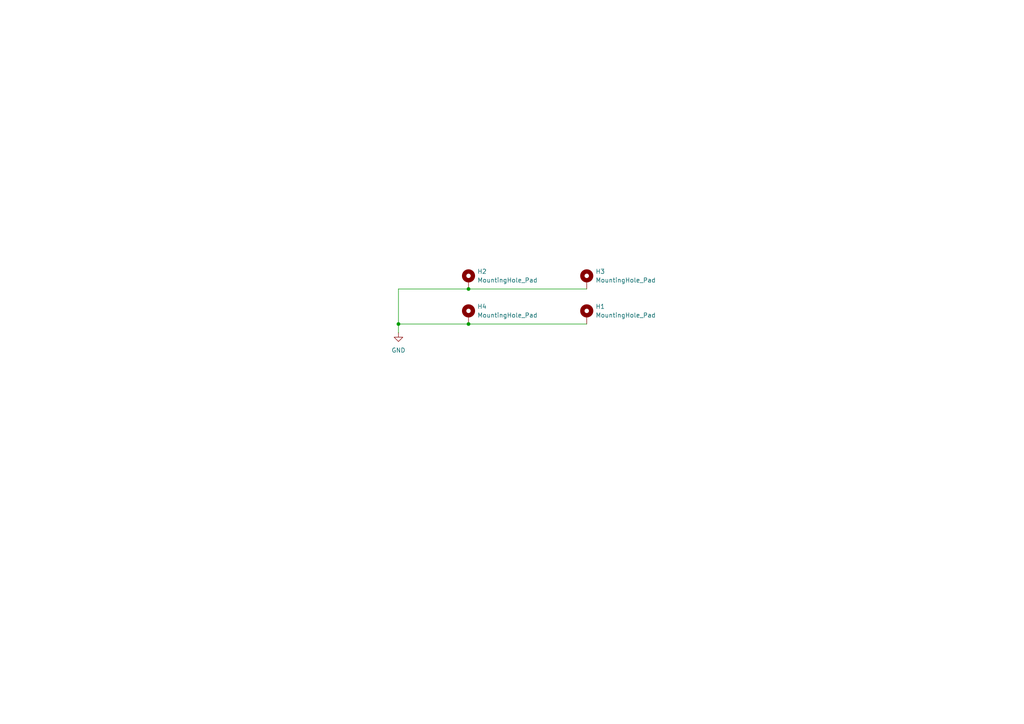
<source format=kicad_sch>
(kicad_sch (version 20250114) (generator "eeschema") (generator_version "9.0")
  (paper "A4")
  (lib_symbols
    (symbol "Mechanical:MountingHole_Pad" (pin_numbers (hide yes)) (pin_names (offset 1.016) (hide yes)) (exclude_from_sim yes) (in_bom no)
      (property "Reference" "H" (at 0 6.35 0))
      (property "Value" "MountingHole_Pad" (at 0 4.445 0))
      (symbol "MountingHole_Pad_0_1"
        (circle (center 0 1.27) (radius 1.27) (stroke (width 1.27)))
      )
      (symbol "MountingHole_Pad_1_1"
        (pin input line (at 0 -2.54 90) (length 2.54) (name "1") (number "1"))
      )
    )
    (symbol "power:GND" (power) (pin_numbers (hide yes)) (pin_names (offset 0) (hide yes))
      (property "Value" "GND" (at 0 -3.81 0))
      (symbol "GND_0_1"
        (polyline (pts (xy 0 0) (xy 0 -1.27) (xy 1.27 -1.27) (xy 0 -2.54) (xy -1.27 -1.27) (xy 0 -1.27)))
      )
      (symbol "GND_1_1"
        (pin power_in line (at 0 0 270) (length 0) (name "~") (number "1"))
      )
    )
  )
  (junction (at 135.89 83.82))
  (junction (at 135.89 93.98))
  (junction (at 115.57 93.98))
  (wire (pts (xy 135.89 83.82) (xy 170.18 83.82)))
  (wire (pts (xy 115.57 93.98) (xy 115.57 83.82)))
  (wire (pts (xy 115.57 83.82) (xy 135.89 83.82)))
  (wire (pts (xy 135.89 93.98) (xy 170.18 93.98)))
  (wire (pts (xy 115.57 96.52) (xy 115.57 93.98)))
  (wire (pts (xy 115.57 93.98) (xy 135.89 93.98)))
  (symbol (lib_id "Mechanical:MountingHole_Pad") (at 135.89 91.44 0) (unit 1) (exclude_from_sim yes) (in_bom no)
    (property "Reference" "H4" (at 138.43 88.8999 0) (effects (justify left)))
    (property "Value" "MountingHole_Pad" (at 138.43 91.4399 0) (effects (justify left)))
    (property "Footprint" "MountingHole:MountingHole_3.2mm_M3_ISO14580_Pad" (effects (hide yes)))
    (property "Description" "Mounting Hole with connection" (effects (hide yes)))
  )
  (symbol (lib_id "Mechanical:MountingHole_Pad") (at 170.18 91.44 0) (unit 1) (exclude_from_sim yes) (in_bom no)
    (property "Reference" "H1" (at 172.72 88.8999 0) (effects (justify left)))
    (property "Value" "MountingHole_Pad" (at 172.72 91.4399 0) (effects (justify left)))
    (property "Footprint" "MountingHole:MountingHole_3.2mm_M3_ISO14580_Pad" (effects (hide yes)))
    (property "Description" "Mounting Hole with connection" (effects (hide yes)))
  )
  (symbol (lib_id "Mechanical:MountingHole_Pad") (at 135.89 81.28 0) (unit 1) (exclude_from_sim yes) (in_bom no)
    (property "Reference" "H2" (at 138.43 78.7399 0) (effects (justify left)))
    (property "Value" "MountingHole_Pad" (at 138.43 81.2799 0) (effects (justify left)))
    (property "Footprint" "MountingHole:MountingHole_3.2mm_M3_ISO14580_Pad" (effects (hide yes)))
    (property "Description" "Mounting Hole with connection" (effects (hide yes)))
  )
  (symbol (lib_id "Mechanical:MountingHole_Pad") (at 170.18 81.28 0) (unit 1) (exclude_from_sim yes) (in_bom no)
    (property "Reference" "H3" (at 172.72 78.7399 0) (effects (justify left)))
    (property "Value" "MountingHole_Pad" (at 172.72 81.2799 0) (effects (justify left)))
    (property "Footprint" "MountingHole:MountingHole_3.2mm_M3_ISO14580_Pad" (effects (hide yes)))
    (property "Description" "Mounting Hole with connection" (effects (hide yes)))
  )
  (symbol (lib_id "power:GND") (at 115.57 96.52 0) (unit 1)
    (property "Reference" "#PWR09" (effects (hide yes)))
    (property "Value" "GND" (at 115.57 101.6 0))
    (property "Description" "Power symbol creates a global label with name \"GND\" , ground" (effects (hide yes)))
  )
)
</source>
